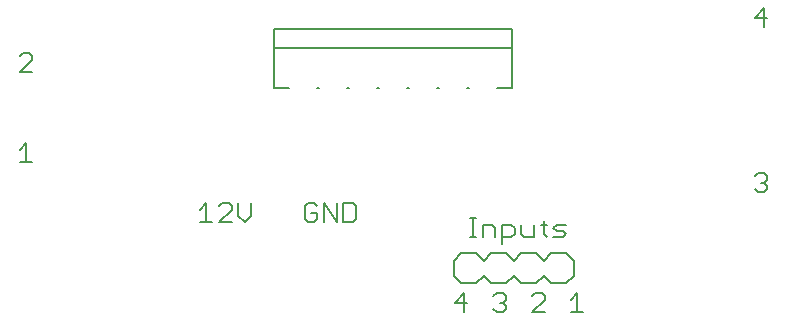
<source format=gto>
G75*
%MOIN*%
%OFA0B0*%
%FSLAX24Y24*%
%IPPOS*%
%LPD*%
%AMOC8*
5,1,8,0,0,1.08239X$1,22.5*
%
%ADD10C,0.0060*%
%ADD11C,0.0080*%
D10*
X006630Y003630D02*
X007057Y003630D01*
X006844Y003630D02*
X006844Y004271D01*
X006630Y004057D01*
X007275Y004164D02*
X007381Y004271D01*
X007595Y004271D01*
X007702Y004164D01*
X007702Y004057D01*
X007275Y003630D01*
X007702Y003630D01*
X007919Y003844D02*
X008133Y003630D01*
X008346Y003844D01*
X008346Y004271D01*
X007919Y004271D02*
X007919Y003844D01*
X010130Y003737D02*
X010237Y003630D01*
X010450Y003630D01*
X010557Y003737D01*
X010557Y003950D01*
X010344Y003950D01*
X010557Y004164D02*
X010450Y004271D01*
X010237Y004271D01*
X010130Y004164D01*
X010130Y003737D01*
X010775Y003630D02*
X010775Y004271D01*
X011202Y003630D01*
X011202Y004271D01*
X011419Y004271D02*
X011739Y004271D01*
X011846Y004164D01*
X011846Y003737D01*
X011739Y003630D01*
X011419Y003630D01*
X011419Y004271D01*
X015630Y003771D02*
X015844Y003771D01*
X015737Y003771D02*
X015737Y003130D01*
X015630Y003130D02*
X015844Y003130D01*
X016060Y003130D02*
X016060Y003557D01*
X016380Y003557D01*
X016487Y003450D01*
X016487Y003130D01*
X016704Y003130D02*
X017025Y003130D01*
X017131Y003237D01*
X017131Y003450D01*
X017025Y003557D01*
X016704Y003557D01*
X016704Y002916D01*
X017349Y003237D02*
X017349Y003557D01*
X017776Y003557D02*
X017776Y003130D01*
X017456Y003130D01*
X017349Y003237D01*
X017993Y003557D02*
X018207Y003557D01*
X018100Y003664D02*
X018100Y003237D01*
X018207Y003130D01*
X018423Y003130D02*
X018743Y003130D01*
X018850Y003237D01*
X018743Y003344D01*
X018530Y003344D01*
X018423Y003450D01*
X018530Y003557D01*
X018850Y003557D01*
X019211Y001271D02*
X019211Y000630D01*
X019424Y000630D02*
X018997Y000630D01*
X018997Y001057D02*
X019211Y001271D01*
X018135Y001164D02*
X018135Y001057D01*
X017708Y000630D01*
X018135Y000630D01*
X018135Y001164D02*
X018028Y001271D01*
X017815Y001271D01*
X017708Y001164D01*
X016846Y001164D02*
X016846Y001057D01*
X016739Y000950D01*
X016633Y000950D01*
X016739Y000950D02*
X016846Y000844D01*
X016846Y000737D01*
X016739Y000630D01*
X016526Y000630D01*
X016419Y000737D01*
X016419Y001164D02*
X016526Y001271D01*
X016739Y001271D01*
X016846Y001164D01*
X015557Y000950D02*
X015130Y000950D01*
X015450Y001271D01*
X015450Y000630D01*
X025130Y004737D02*
X025237Y004630D01*
X025450Y004630D01*
X025557Y004737D01*
X025557Y004844D01*
X025450Y004950D01*
X025344Y004950D01*
X025450Y004950D02*
X025557Y005057D01*
X025557Y005164D01*
X025450Y005271D01*
X025237Y005271D01*
X025130Y005164D01*
X025450Y010130D02*
X025450Y010771D01*
X025130Y010450D01*
X025557Y010450D01*
X001057Y009164D02*
X001057Y009057D01*
X000630Y008630D01*
X001057Y008630D01*
X001057Y009164D02*
X000950Y009271D01*
X000737Y009271D01*
X000630Y009164D01*
X000844Y006271D02*
X000844Y005630D01*
X001057Y005630D02*
X000630Y005630D01*
X000630Y006057D02*
X000844Y006271D01*
D11*
X009100Y008100D02*
X009100Y009439D01*
X017053Y009439D01*
X017053Y008100D01*
X017057Y008104D02*
X016545Y008104D01*
X015620Y008104D02*
X015541Y008104D01*
X014616Y008104D02*
X014537Y008104D01*
X013612Y008104D02*
X013533Y008104D01*
X012608Y008104D02*
X012529Y008104D01*
X011624Y008104D02*
X011545Y008104D01*
X010620Y008104D02*
X010541Y008104D01*
X009616Y008104D02*
X009104Y008104D01*
X009100Y009439D02*
X009100Y010069D01*
X017053Y010069D01*
X017053Y009439D01*
X016850Y002600D02*
X016350Y002600D01*
X016100Y002350D01*
X015850Y002600D01*
X015350Y002600D01*
X015100Y002350D01*
X015100Y001850D01*
X015350Y001600D01*
X015850Y001600D01*
X016100Y001850D01*
X016350Y001600D01*
X016850Y001600D01*
X017100Y001850D01*
X017350Y001600D01*
X017850Y001600D01*
X018100Y001850D01*
X018350Y001600D01*
X018850Y001600D01*
X019100Y001850D01*
X019100Y002350D01*
X018850Y002600D01*
X018350Y002600D01*
X018100Y002350D01*
X017850Y002600D01*
X017350Y002600D01*
X017100Y002350D01*
X016850Y002600D01*
M02*

</source>
